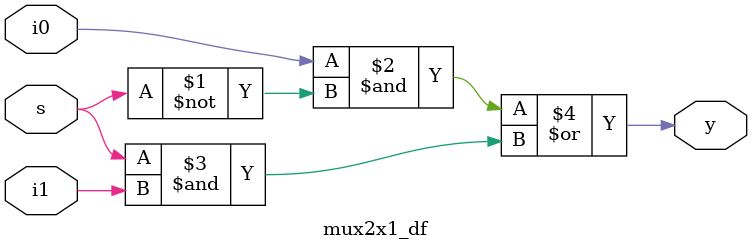
<source format=v>
module mux2x1_df(i0,i1,s,y);
    input i0,i1,s;
    output y;
    assign  y = (i0&(~s)| (s&i1));
endmodule
</source>
